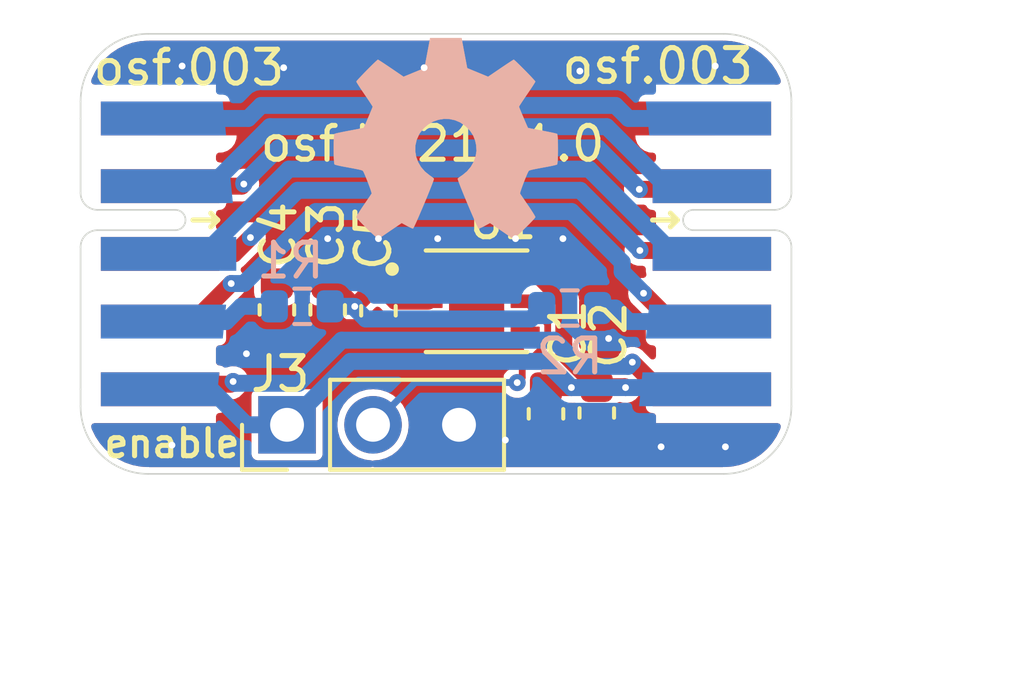
<source format=kicad_pcb>
(kicad_pcb (version 20211014) (generator pcbnew)
  (layers (0 "F.Cu" signal) (31 "B.Cu" signal) (34 "B.Paste" user) (35 "F.Paste" user) (36 "B.SilkS" user "B.Silkscreen") (37 "F.SilkS" user "F.Silkscreen") (38 "B.Mask" user) (39 "F.Mask" user) (44 "Edge.Cuts" user))
  (net 0 "")
  (net 1 "/ldo/5v")
  (net 2 "/ldo/GND")
  (net 3 "/ldo/3.3v")
  (net 4 "Net-(J1-Pad2)")
  (net 5 "Net-(J1-Pad3)")
  (net 6 "Net-(J1-Pad4)")
  (net 7 "Net-(J1-Pad5)")
  (net 8 "Net-(J1-Pad6)")
  (net 9 "Net-(J1-Pad7)")
  (net 10 "Net-(J1-Pad8)")
  (net 11 "Net-(J1-Pad9)")
  (net 12 "Net-(J2-Pad9)")
  (net 13 "/ldo/EN")
  (net 14 "/ldo/PG")
  (footprint "Capacitor_SMD:C_0603_1608Metric" (layer "F.Cu") (at 155.25 101.2 -90)
    (fp_text reference "C2" (at -2.3 -0.35 90) (layer "F.SilkS"))
    (fp_text value "10uF")
    (fp_line (start -0.14058 -0.51) (end 0.14058 -0.51) (layer "F.SilkS") (width 0.12))
    (fp_line (start -0.14058 0.51) (end 0.14058 0.51) (layer "F.SilkS") (width 0.12))
    (pad "1" smd roundrect (at -0.775 0 270) (size 0.9 0.95) (layers "F.Cu" "F.Paste" "F.Mask") (net 1 "/ldo/5v"))
    (pad "2" smd roundrect (at 0.775 0 270) (size 0.9 0.95) (layers "F.Cu" "F.Paste" "F.Mask") (net 2 "/ldo/GND"))
  )
  (footprint "on_edge:on_edge_2x05_host" (layer "F.Cu") (at 161 96.5 -90)
    (fp_text reference "J2")
    (fp_text value "003_power")
    (fp_line (start -0.8 3.573) (end -1 3.373) (layer "F.SilkS") (width 0.153))
    (fp_line (start -1 4.1) (end -1 3.373) (layer "F.SilkS") (width 0.153))
    (fp_line (start -1 3.373) (end -1.2 3.573) (layer "F.SilkS") (width 0.153))
    (fp_line (start -1.3 0.5) (end -1.3 2.9) (layer "Edge.Cuts") (width 0.05))
    (fp_line (start -4 0) (end -1.8 0) (layer "Edge.Cuts") (width 0.05))
    (fp_line (start -0.7 2.9) (end -0.7 0.5) (layer "Edge.Cuts") (width 0.05))
    (fp_line (start -0.2 0) (end 4 0) (layer "Edge.Cuts") (width 0.05))
    (fp_arc (start -1.8 0) (mid -1.446447 0.146447) (end -1.3 0.5) (layer "Edge.Cuts") (width 0.05))
    (fp_arc (start -0.7 0.5) (mid -0.553553 0.146447) (end -0.2 0) (layer "Edge.Cuts") (width 0.05))
    (fp_arc (start -0.7 2.9) (mid -1 3.2) (end -1.3 2.9) (layer "Edge.Cuts") (width 0.05))
    (pad "1" smd rect (at -4 2.35 270) (size 1 3.5) (layers "F.Cu" "F.Mask") (net 2 "/ldo/GND"))
    (pad "2" smd rect (at -2 2.35 270) (size 1 3.5) (layers "F.Cu" "F.Mask") (net 4 "Net-(J1-Pad2)"))
    (pad "3" smd rect (at 0 2.35 270) (size 1 3.5) (layers "F.Cu" "F.Mask") (net 5 "Net-(J1-Pad3)"))
    (pad "4" smd rect (at 2 2.35 270) (size 1 3.5) (layers "F.Cu" "F.Mask") (net 6 "Net-(J1-Pad4)"))
    (pad "5" smd rect (at 4 2.35 270) (size 1 3.5) (layers "F.Cu" "F.Mask") (net 7 "Net-(J1-Pad5)"))
    (pad "6" smd custom (at -4 2.4 90) (size 1 3.6) (layers "B.Cu" "B.Mask") (net 8 "Net-(J1-Pad6)") (options (clearance outline) (anchor rect)) (primitives (gr_poly (pts (xy 0.5 -1.8) (xy -0.5 -1.8) (xy 0.5 -1.9)) (width 0) (fill yes))))
    (pad "7" smd rect (at -2 2.35 90) (size 1 3.5) (layers "B.Cu" "B.Mask") (net 9 "Net-(J1-Pad7)"))
    (pad "8" smd rect (at 0 2.35 90) (size 1 3.5) (layers "B.Cu" "B.Mask") (net 10 "Net-(J1-Pad8)"))
    (pad "9" smd custom (at 2 2.4 90) (size 1 3.6) (layers "B.Cu" "B.Mask") (net 12 "Net-(J2-Pad9)") (options (clearance outline) (anchor rect)) (primitives (gr_poly (pts (xy 0.5 -1.8) (xy -0.5 -1.8) (xy -0.5 -1.9)) (width 0) (fill yes))))
    (pad "10" smd custom (at 4 2.5 90) (size 1 3.8) (layers "B.Cu" "B.Mask") (net 1 "/ldo/5v") (options (clearance outline) (anchor rect)) (primitives (gr_poly (pts (xy 0.5 -1.9) (xy -0.5 -1.9) (xy -0.5 -2)) (width 0) (fill yes))))
    (zone (net 0) (net_name "") (layers F&B.Cu) (connect_pads (clearance 0)) (min_thickness 0.254)
      (keepout (tracks allowed) (vias not_allowed) (pads allowed) (copperpour not_allowed) (footprints not_allowed))
      (fill (thermal_gap 0.508) (thermal_bridge_width 0.508))
      (polygon (pts (xy 157 101.5) (xy 157 91.5) (xy 161 91.5) (xy 161 101.5)))
    )
  )
  (footprint "Connector_PinHeader_2.54mm:PinHeader_1x03_P2.54mm_Vertical" (layer "F.Cu") (at 146.1 101.55 90)
    (fp_text reference "J3" (at 1.5 -0.2 180) (layer "F.SilkS"))
    (fp_text value "Conn_01x03_Male")
    (fp_line (start -1.33 0) (end -1.33 -1.33) (layer "F.SilkS") (width 0.12))
    (fp_line (start 1.33 1.27) (end 1.33 6.41) (layer "F.SilkS") (width 0.12))
    (fp_line (start -1.33 1.27) (end 1.33 1.27) (layer "F.SilkS") (width 0.12))
    (fp_line (start -1.33 6.41) (end 1.33 6.41) (layer "F.SilkS") (width 0.12))
    (fp_line (start -1.33 1.27) (end -1.33 6.41) (layer "F.SilkS") (width 0.12))
    (fp_line (start -1.33 -1.33) (end 0 -1.33) (layer "F.SilkS") (width 0.12))
    (pad "1" thru_hole rect (at 0 0 90) (size 1.7 1.7) (drill 1) (layers *.Cu *.Mask) (net 1 "/ldo/5v"))
    (pad "2" thru_hole oval (at 0 2.54 90) (size 1.7 1.7) (drill 1) (layers *.Cu *.Mask) (net 13 "/ldo/EN"))
    (pad "3" thru_hole oval (at 0 5.08 90) (size 1.7 1.7) (drill 1) (layers *.Cu *.Mask) (net 2 "/ldo/GND"))
  )
  (footprint "Capacitor_SMD:C_0603_1608Metric" (layer "F.Cu") (at 153.75 101.225 -90)
    (fp_text reference "C1" (at -2.375 -0.65 90) (layer "F.SilkS"))
    (fp_text value "1uF")
    (fp_line (start -0.14058 -0.51) (end 0.14058 -0.51) (layer "F.SilkS") (width 0.12))
    (fp_line (start -0.14058 0.51) (end 0.14058 0.51) (layer "F.SilkS") (width 0.12))
    (pad "1" smd roundrect (at -0.775 0 270) (size 0.9 0.95) (layers "F.Cu" "F.Paste" "F.Mask") (net 1 "/ldo/5v"))
    (pad "2" smd roundrect (at 0.775 0 270) (size 0.9 0.95) (layers "F.Cu" "F.Paste" "F.Mask") (net 2 "/ldo/GND"))
  )
  (footprint "b121:SON95P300X300X100-7N" (layer "F.Cu") (at 151.7 97.9)
    (fp_text reference "U1" (at 0.765 -2.362) (layer "F.SilkS"))
    (fp_text value "LD39200PU33R")
    (fp_line (start -1.5 1.5) (end 1.5 1.5) (layer "F.SilkS") (width 0.127))
    (fp_line (start -1.5 -1.5) (end 1.5 -1.5) (layer "F.SilkS") (width 0.127))
    (fp_circle (center -2.495 -0.95) (end -2.395 -0.95) (layer "F.SilkS") (width 0.2) (fill none))
    (pad "1" smd roundrect (at -1.435 -0.95) (size 0.86 0.4) (layers "F.Cu" "F.Paste" "F.Mask") (roundrect_rratio 0.05) (net 3 "/ldo/3.3v"))
    (pad "2" smd roundrect (at -1.435 0) (size 0.86 0.4) (layers "F.Cu" "F.Paste" "F.Mask") (roundrect_rratio 0.05) (net 3 "/ldo/3.3v"))
    (pad "3" smd roundrect (at -1.435 0.95) (size 0.86 0.4) (layers "F.Cu" "F.Paste" "F.Mask") (roundrect_rratio 0.05) (net 2 "/ldo/GND"))
    (pad "4" smd roundrect (at 1.435 0.95) (size 0.86 0.4) (layers "F.Cu" "F.Paste" "F.Mask") (roundrect_rratio 0.05) (net 14 "/ldo/PG"))
    (pad "5" smd roundrect (at 1.435 0) (size 0.86 0.4) (layers "F.Cu" "F.Paste" "F.Mask") (roundrect_rratio 0.05) (net 13 "/ldo/EN"))
    (pad "6" smd roundrect (at 1.435 -0.95) (size 0.86 0.4) (layers "F.Cu" "F.Paste" "F.Mask") (roundrect_rratio 0.05) (net 1 "/ldo/5v"))
    (pad "7" smd rect (at 0 0) (size 1.63 2.37) (layers "F.Cu" "F.Mask") (net 2 "/ldo/GND"))
  )
  (footprint "Capacitor_SMD:C_0603_1608Metric" (layer "F.Cu") (at 147.3 98.155 -90)
    (fp_text reference "C3" (at -2.205 0.05 90) (layer "F.SilkS"))
    (fp_text value "10uF")
    (fp_line (start -0.14058 0.51) (end 0.14058 0.51) (layer "F.SilkS") (width 0.12))
    (fp_line (start -0.14058 -0.51) (end 0.14058 -0.51) (layer "F.SilkS") (width 0.12))
    (pad "1" smd roundrect (at -0.775 0 270) (size 0.9 0.95) (layers "F.Cu" "F.Paste" "F.Mask") (net 3 "/ldo/3.3v"))
    (pad "2" smd roundrect (at 0.775 0 270) (size 0.9 0.95) (layers "F.Cu" "F.Paste" "F.Mask") (net 2 "/ldo/GND"))
  )
  (footprint "on_edge:on_edge_2x05_device" (layer "F.Cu") (at 140 96.5 -90)
    (fp_text reference "J1")
    (fp_text value "003_power")
    (fp_line (start -1.2 -3.85) (end -1 -4.05) (layer "F.SilkS") (width 0.153))
    (fp_line (start -1 -4.05) (end -0.8 -3.85) (layer "F.SilkS") (width 0.153))
    (fp_line (start -1 -4.05) (end -1 -3.323) (layer "F.SilkS") (width 0.153))
    (fp_line (start -4 0) (end -1.8 0) (layer "Edge.Cuts") (width 0.05))
    (fp_line (start -0.7 -0.5) (end -0.7 -2.8) (layer "Edge.Cuts") (width 0.05))
    (fp_line (start -1.3 -2.8) (end -1.3 -0.5) (layer "Edge.Cuts") (width 0.05))
    (fp_line (start -0.2 0) (end 4 0) (layer "Edge.Cuts") (width 0.05))
    (fp_arc (start -0.2 0) (mid -0.553553 -0.146447) (end -0.7 -0.5) (layer "Edge.Cuts") (width 0.05))
    (fp_arc (start -1.3 -2.8) (mid -1 -3.1) (end -0.7 -2.8) (layer "Edge.Cuts") (width 0.05))
    (fp_arc (start -1.3 -0.5) (mid -1.446447 -0.146447) (end -1.8 0) (layer "Edge.Cuts") (width 0.05))
    (pad "1" smd rect (at -4 -2.35 90) (size 1 3.5) (layers "F.Cu" "F.Mask") (net 2 "/ldo/GND"))
    (pad "2" smd rect (at -2 -2.35 270) (size 1 3.5) (layers "F.Cu" "F.Mask") (net 4 "Net-(J1-Pad2)"))
    (pad "3" smd rect (at 0 -2.35 270) (size 1 3.5) (layers "F.Cu" "F.Mask") (net 5 "Net-(J1-Pad3)"))
    (pad "4" smd rect (at 2 -2.35 90) (size 1 3.5) (layers "F.Cu" "F.Mask") (net 6 "Net-(J1-Pad4)"))
    (pad "5" smd rect (at 4 -2.35 90) (size 1 3.5) (layers "F.Cu" "F.Mask") (net 7 "Net-(J1-Pad5)"))
    (pad "6" smd custom (at -4 -2.4 270) (size 1 3.6) (layers "B.Cu" "B.Mask") (net 8 "Net-(J1-Pad6)") (options (clearance outline) (anchor rect)) (primitives (gr_poly (pts (xy 0.5 -1.8) (xy 0.5 -1.9) (xy -0.5 -1.8)) (width 0) (fill yes))))
    (pad "7" smd custom (at -2 -2.1 270) (size 1 3) (layers "B.Cu" "B.Mask") (net 9 "Net-(J1-Pad7)") (options (clearance outline) (anchor rect)) (primitives (gr_poly (pts (xy 0.3 -0.51) (xy 0.31 -0.62) (xy 0.33 -0.7) (xy 0.35 -0.76) (xy 0.37 -0.81) (xy 0.4 -0.86) (xy 0.44 -0.92) (xy 0.48 -0.97) (xy 0.5 -0.99) (xy 0.5 -2.4) (xy -0.5 -2.3) (xy -0.5 1.5) (xy 0.3 1.5)) (width 0) (fill yes))))
    (pad "8" smd rect (at 0 -2.6 270) (size 1 4) (layers "B.Cu" "B.Mask") (net 10 "Net-(J1-Pad8)"))
    (pad "9" smd custom (at 2 -2.4 270) (size 1 3.6) (layers "B.Cu" "B.Mask") (net 11 "Net-(J1-Pad9)") (options (clearance outline) (anchor rect)) (primitives (gr_poly (pts (xy -0.5 -1.8) (xy -0.5 -1.9) (xy 0.5 -1.8)) (width 0) (fill yes))))
    (pad "10" smd custom (at 4 -2.3 270) (size 1 3.4) (layers "B.Cu" "B.Mask") (net 1 "/ldo/5v") (options (clearance outline) (anchor rect)) (primitives (gr_poly (pts (xy -0.5 -1.7) (xy -0.5 -1.8) (xy 0.5 -1.7)) (width 0) (fill yes))))
    (zone (net 0) (net_name "") (layers F&B.Cu) (connect_pads (clearance 0)) (min_thickness 0.254)
      (keepout (tracks allowed) (vias not_allowed) (pads allowed) (copperpour not_allowed) (footprints not_allowed))
      (fill (thermal_gap 0.508) (thermal_bridge_width 0.508))
      (polygon (pts (xy 140 101.5) (xy 140 91.5) (xy 144 91.5) (xy 144 101.5)))
    )
  )
  (footprint "Capacitor_SMD:C_0603_1608Metric" (layer "F.Cu") (at 148.8 98.18 -90)
    (fp_text reference "C5" (at -2.18 0.15 90) (layer "F.SilkS"))
    (fp_text value "1uF")
    (fp_line (start -0.14058 -0.51) (end 0.14058 -0.51) (layer "F.SilkS") (width 0.12))
    (fp_line (start -0.14058 0.51) (end 0.14058 0.51) (layer "F.SilkS") (width 0.12))
    (pad "1" smd roundrect (at -0.775 0 270) (size 0.9 0.95) (layers "F.Cu" "F.Paste" "F.Mask") (net 3 "/ldo/3.3v"))
    (pad "2" smd roundrect (at 0.775 0 270) (size 0.9 0.95) (layers "F.Cu" "F.Paste" "F.Mask") (net 2 "/ldo/GND"))
  )
  (footprint "Capacitor_SMD:C_0603_1608Metric" (layer "F.Cu") (at 145.8 98.155 -90)
    (fp_text reference "C4" (at -2.205 -0.05 90) (layer "F.SilkS"))
    (fp_text value "10uF")
    (fp_line (start -0.14058 -0.51) (end 0.14058 -0.51) (layer "F.SilkS") (width 0.12))
    (fp_line (start -0.14058 0.51) (end 0.14058 0.51) (layer "F.SilkS") (width 0.12))
    (pad "1" smd roundrect (at -0.775 0 270) (size 0.9 0.95) (layers "F.Cu" "F.Paste" "F.Mask") (net 3 "/ldo/3.3v"))
    (pad "2" smd roundrect (at 0.775 0 270) (size 0.9 0.95) (layers "F.Cu" "F.Paste" "F.Mask") (net 2 "/ldo/GND"))
  )
  (footprint "Resistor_SMD:R_0603_1608Metric" (layer "B.Cu") (at 146.55 98.05)
    (fp_text reference "R1" (at -0.35 -1.35) (layer "B.SilkS") (effects (justify mirror)))
    (fp_text value "0R")
    (fp_line (start -0.237258 -0.5225) (end 0.237258 -0.5225) (layer "B.SilkS") (width 0.12))
    (fp_line (start -0.237258 0.5225) (end 0.237258 0.5225) (layer "B.SilkS") (width 0.12))
    (pad "1" smd roundrect (at -0.825 0) (size 0.8 0.95) (layers "B.Cu" "B.Paste" "B.Mask") (net 11 "Net-(J1-Pad9)"))
    (pad "2" smd roundrect (at 0.825 0) (size 0.8 0.95) (layers "B.Cu" "B.Paste" "B.Mask") (net 3 "/ldo/3.3v"))
  )
  (footprint "Symbol:OSHW-Symbol_6.7x6mm_SilkScreen" (layer "B.Cu") (at 150.8 93.1 180)
    (fp_text reference "LOGO1" hide)
    (fp_text value "Logo_Open_Hardware_Small" hide)
    (fp_poly (pts (xy 0.555814 2.531069) (xy 0.639635 2.086445) (xy 0.94892 1.958947) (xy 1.258206 1.831449) (xy 1.629246 2.083754) (xy 1.733157 2.154004) (xy 1.827087 2.216728) (xy 1.906652 2.269062) (xy 1.96747 2.308143) (xy 2.005157 2.331107) (xy 2.015421 2.336058) (xy 2.03391 2.323324) (xy 2.07342 2.288118) (xy 2.129522 2.234938) (xy 2.197787 2.168282) (xy 2.273786 2.092646) (xy 2.353092 2.012528) (xy 2.431275 1.932426) (xy 2.503907 1.856836) (xy 2.566559 1.790255) (xy 2.614803 1.737182) (xy 2.64421 1.702113) (xy 2.651241 1.690377) (xy 2.641123 1.66874) (xy 2.612759 1.621338) (xy 2.569129 1.552807) (xy 2.513218 1.467785) (xy 2.448006 1.370907) (xy 2.410219 1.31565) (xy 2.341343 1.214752) (xy 2.28014 1.123701) (xy 2.229578 1.04703) (xy 2.192628 0.989272) (xy 2.172258 0.954957) (xy 2.169197 0.947746) (xy 2.176136 0.927252) (xy 2.195051 0.879487) (xy 2.223087 0.811168) (xy 2.257391 0.729011) (xy 2.295109 0.63973) (xy 2.333387 0.550042) (xy 2.36937 0.466662) (xy 2.400206 0.396306) (xy 2.423039 0.34569) (xy 2.435017 0.321529) (xy 2.435724 0.320578) (xy 2.454531 0.315964) (xy 2.504618 0.305672) (xy 2.580793 0.290713) (xy 2.677865 0.272099) (xy 2.790643 0.250841) (xy 2.856442 0.238582) (xy 2.97695 0.215638) (xy 3.085797 0.193805) (xy 3.177476 0.174278) (xy 3.246481 0.158252) (xy 3.287304 0.146921) (xy 3.295511 0.143326) (xy 3.303548 0.118994) (xy 3.310033 0.064041) (xy 3.31497 -0.015108) (xy 3.318364 -0.112026) (xy 3.320218 -0.220287) (xy 3.320538 -0.333465) (xy 3.319327 -0.445135) (xy 3.31659 -0.548868) (xy 3.312331 -0.638241) (xy 3.306555 -0.706826) (xy 3.299267 -0.748197) (xy 3.294895 -0.75681) (xy 3.268764 -0.767133) (xy 3.213393 -0.781892) (xy 3.136107 -0.799352) (xy 3.04423 -0.81778) (xy 3.012158 -0.823741) (xy 2.857524 -0.852066) (xy 2.735375 -0.874876) (xy 2.641673 -0.89308) (xy 2.572384 -0.907583) (xy 2.523471 -0.919292) (xy 2.490897 -0.929115) (xy 2.470628 -0.937956) (xy 2.458626 -0.946724) (xy 2.456947 -0.948457) (xy 2.440184 -0.976371) (xy 2.414614 -1.030695) (xy 2.382788 -1.104777) (xy 2.34726 -1.191965) (xy 2.310583 -1.285608) (xy 2.275311 -1.379052) (xy 2.243996 -1.465647) (xy 2.219193 -1.53874) (xy 2.203454 -1.591678) (xy 2.199332 -1.617811) (xy 2.199676 -1.618726) (xy 2.213641 -1.640086) (xy 2.245322 -1.687084) (xy 2.291391 -1.754827) (xy 2.348518 -1.838423) (xy 2.413373 -1.932982) (xy 2.431843 -1.959854) (xy 2.497699 -2.057275) (xy 2.55565 -2.146163) (xy 2.602538 -2.221412) (xy 2.635207 -2.27792) (xy 2.6505 -2.310581) (xy 2.651241 -2.314593) (xy 2.638392 -2.335684) (xy 2.602888 -2.377464) (xy 2.549293 -2.435445) (xy 2.482171 -2.505135) (xy 2.406087 -2.582045) (xy 2.325604 -2.661683) (xy 2.245287 -2.739561) (xy 2.169699 -2.811186) (xy 2.103405 -2.87207) (xy 2.050969 -2.917721) (xy 2.016955 -2.94365) (xy 2.007545 -2.947883) (xy 1.985643 -2.937912) (xy 1.9408 -2.91102) (xy 1.880321 -2.871736) (xy 1.833789 -2.840117) (xy 1.749475 -2.782098) (xy 1.649626 -2.713784) (xy 1.549473 -2.645579) (xy 1.495627 -2.609075) (xy 1.313371 -2.4858) (xy 1.160381 -2.56852) (xy 1.090682 -2.604759) (xy 1.031414 -2.632926) (xy 0.991311 -2.648991) (xy 0.981103 -2.651226) (xy 0.968829 -2.634722) (xy 0.944613 -2.588082) (xy 0.910263 -2.515609) (xy 0.867588 -2.421606) (xy 0.818394 -2.310374) (xy 0.76449 -2.186215) (xy 0.707684 -2.053432) (xy 0.649782 -1.916327) (xy 0.592593 -1.779202) (xy 0.537924 -1.646358) (xy 0.487584 -1.522098) (xy 0.44338 -1.410725) (xy 0.407119 -1.316539) (xy 0.380609 -1.243844) (xy 0.365658 -1.196941) (xy 0.363254 -1.180833) (xy 0.382311 -1.160286) (xy 0.424036 -1.126933) (xy 0.479706 -1.087702) (xy 0.484378 -1.084599) (xy 0.628264 -0.969423) (xy 0.744283 -0.835053) (xy 0.83143 -0.685784) (xy 0.888699 -0.525913) (xy 0.915086 -0.359737) (xy 0.909585 -0.191552) (xy 0.87119 -0.025655) (xy 0.798895 0.133658) (xy 0.777626 0.168513) (xy 0.666996 0.309263) (xy 0.536302 0.422286) (xy 0.390064 0.506997) (xy 0.232808 0.562806) (xy 0.069057 0.589126) (xy -0.096667 0.58537) (xy -0.259838 0.55095) (xy -0.415935 0.485277) (xy -0.560433 0.387765) (xy -0.605131 0.348187) (xy -0.718888 0.224297) (xy -0.801782 0.093876) (xy -0.858644 -0.052315) (xy -0.890313 -0.197088) (xy -0.898131 -0.35986) (xy -0.872062 -0.52344) (xy -0.814755 -0.682298) (xy -0.728856 -0.830906) (xy -0.617014 -0.963735) (xy -0.481877 -1.075256) (xy -0.464117 -1.087011) (xy -0.40785 -1.125508) (xy -0.365077 -1.158863) (xy -0.344628 -1.18016) (xy -0.344331 -1.180833) (xy -0.348721 -1.203871) (xy -0.366124 -1.256157) (xy -0.394732 -1.33339) (xy -0.432735 -1.431268) (xy -0.478326 -1.545491) (xy -0.529697 -1.671758) (xy -0.585038 -1.805767) (xy -0.642542 -1.943218) (xy -0.700399 -2.079808) (xy -0.756802 -2.211237) (xy -0.809942 -2.333205) (xy -0.85801 -2.441409) (xy -0.899199 -2.531549) (xy -0.931699 -2.599323) (xy -0.953703 -2.64043) (xy -0.962564 -2.651226) (xy -0.98964 -2.642819) (xy -1.040303 -2.620272) (xy -1.105817 -2.587613) (xy -1.141841 -2.56852) (xy -1.294832 -2.4858) (xy -1.477088 -2.609075) (xy -1.570125 -2.672228) (xy -1.671985 -2.741727) (xy -1.767438 -2.807165) (xy -1.81525 -2.840117) (xy -1.882495 -2.885273) (xy -1.939436 -2.921057) (xy -1.978646 -2.942938) (xy -1.991381 -2.947563) (xy -2.009917 -2.935085) (xy -2.050941 -2.900252) (xy -2.110475 -2.846678) (xy -2.184542 -2.777983) (xy -2.269165 -2.697781) (xy -2.322685 -2.646286) (xy -2.416319 -2.554286) (xy -2.497241 -2.471999) (xy -2.562177 -2.402945) (xy -2.607858 -2.350644) (xy -2.631011 -2.318616) (xy -2.633232 -2.312116) (xy -2.622924 -2.287394) (xy -2.594439 -2.237405) (xy -2.550937 -2.167212) (xy -2.495577 -2.081875) (xy -2.43152 -1.986456) (xy -2.413303 -1.959854) (xy -2.346927 -1.863167) (xy -2.287378 -1.776117) (xy -2.237984 -1.703595) (xy -2.202075 -1.650493) (xy -2.182981 -1.621703) (xy -2.181136 -1.618726) (xy -2.183895 -1.595782) (xy -2.198538 -1.545336) (xy -2.222513 -1.474041) (xy -2.253266 -1.388547) (xy -2.288244 -1.295507) (xy -2.324893 -1.201574) (xy -2.360661 -1.113399) (xy -2.392994 -1.037634) (xy -2.419338 -0.980931) (xy -2.437142 -0.949943) (xy -2.438407 -0.948457) (xy -2.449294 -0.939601) (xy -2.467682 -0.930843) (xy -2.497606 -0.921277) (xy -2.543103 -0.909996) (xy -2.608209 -0.896093) (xy -2.696961 -0.878663) (xy -2.813393 -0.856798) (xy -2.961542 -0.829591) (xy -2.993618 -0.823741) (xy -3.088686 -0.805374) (xy -3.171565 -0.787405) (xy -3.23493 -0.771569) (xy -3.271458 -0.7596) (xy -3.276356 -0.75681) (xy -3.284427 -0.732072) (xy -3.290987 -0.67679) (xy -3.296033 -0.597389) (xy -3.299559 -0.500296) (xy -3.301561 -0.391938) (xy -3.302036 -0.27874) (xy -3.300977 -0.167128) (xy -3.298382 -0.063529) (xy -3.294246 0.025632) (xy -3.288563 0.093928) (xy -3.281331 0.134934) (xy -3.276971 0.143326) (xy -3.252698 0.151792) (xy -3.197426 0.165565) (xy -3.116662 0.18345) (xy -3.015912 0.204252) (xy -2.900683 0.226777) (xy -2.837902 0.238582) (xy -2.718787 0.260849) (xy -2.612565 0.281021) (xy -2.524427 0.298085) (xy -2.459566 0.311031) (xy -2.423174 0.318845) (xy -2.417184 0.320578) (xy -2.407061 0.34011) (xy -2.385662 0.387157) (xy -2.355839 0.454997) (xy -2.320445 0.536909) (xy -2.282332 0.626172) (xy -2.244353 0.716065) (xy -2.20936 0.799865) (xy -2.180206 0.870853) (xy -2.159743 0.922306) (xy -2.150823 0.947503) (xy -2.150657 0.948604) (xy -2.160769 0.968481) (xy -2.189117 1.014223) (xy -2.232723 1.081283) (xy -2.288606 1.165116) (xy -2.353787 1.261174) (xy -2.391679 1.31635) (xy -2.460725 1.417519) (xy -2.52205 1.50937) (xy -2.572663 1.587256) (xy -2.609571 1.646531) (xy -2.629782 1.682549) (xy -2.632701 1.690623) (xy -2.620153 1.709416) (xy -2.585463 1.749543) (xy -2.533063 1.806507) (xy -2.467384 1.875815) (xy -2.392856 1.952969) (xy -2.313913 2.033475) (xy -2.234983 2.112837) (xy -2.1605 2.18656) (xy -2.094894 2.250148) (xy -2.042596 2.299106) (xy -2.008039 2.328939) (xy -1.996478 2.336058) (xy -1.977654 2.326047) (xy -1.932631 2.297922) (xy -1.865787 2.254546) (xy -1.781499 2.198782) (xy -1.684144 2.133494) (xy -1.610707 2.083754) (xy -1.239667 1.831449) (xy -0.621095 2.086445) (xy -0.537275 2.531069) (xy -0.453454 2.975693) (xy 0.471994 2.975693) (xy 0.555814 2.531069)) (layer "B.SilkS") (width 0.01) (fill solid))
  )
  (footprint "Resistor_SMD:R_0603_1608Metric" (layer "B.Cu") (at 154.45 98.1)
    (fp_text reference "R2" (at 0 1.43) (layer "B.SilkS") (effects (justify mirror)))
    (fp_text value "0R")
    (fp_line (start -0.237258 0.5225) (end 0.237258 0.5225) (layer "B.SilkS") (width 0.12))
    (fp_line (start -0.237258 -0.5225) (end 0.237258 -0.5225) (layer "B.SilkS") (width 0.12))
    (pad "1" smd roundrect (at -0.825 0) (size 0.8 0.95) (layers "B.Cu" "B.Paste" "B.Mask") (net 3 "/ldo/3.3v"))
    (pad "2" smd roundrect (at 0.825 0) (size 0.8 0.95) (layers "B.Cu" "B.Paste" "B.Mask") (net 12 "Net-(J2-Pad9)"))
  )
  (gr_line (start 140 92.5) (end 140 92) (layer "Edge.Cuts") (width 0.05))
  (gr_line (start 142 90) (end 159 90) (layer "Edge.Cuts") (width 0.05))
  (gr_arc (start 161 101) (mid 160.414214 102.414214) (end 159 103) (layer "Edge.Cuts") (width 0.05))
  (gr_line (start 161 92.5) (end 161 92) (layer "Edge.Cuts") (width 0.05))
  (gr_line (start 159 103) (end 142 103) (layer "Edge.Cuts") (width 0.05))
  (gr_line (start 161 100.5) (end 161 101) (layer "Edge.Cuts") (width 0.05))
  (gr_arc (start 159 90) (mid 160.414214 90.585786) (end 161 92) (layer "Edge.Cuts") (width 0.05))
  (gr_arc (start 142 103) (mid 140.585786 102.414214) (end 140 101) (layer "Edge.Cuts") (width 0.05))
  (gr_line (start 140 100.5) (end 140 101) (layer "Edge.Cuts") (width 0.05))
  (gr_arc (start 140 92) (mid 140.585786 90.585786) (end 142 90) (layer "Edge.Cuts") (width 0.05))
  (gr_text "enable" (at 142.7 102.1) (layer "F.SilkS") (effects (font (size 0.8 0.8))))
  (gr_text "osf.003" (at 143.2 91) (layer "F.SilkS") (effects (font (size 1 1))))
  (gr_text "osf.b121.v1.0" (at 150.4 93.25) (layer "F.SilkS") (effects (font (size 1 1))))
  (gr_text "osf.003" (at 157.05 90.95) (layer "F.SilkS") (effects (font (size 1 1))))
  (segment (start 153.75 100.45) (end 155.225 100.45) (width 0.5) (layer "F.Cu") (net 1))
  (segment (start 155.25 100.425) (end 156.075 100.425) (width 0.5) (layer "F.Cu") (net 1))
  (segment (start 153.336443 96.95) (end 154.277 97.890557) (width 0.5) (layer "F.Cu") (net 1))
  (segment (start 154.5 100.45) (end 153.75 100.45) (width 0.5) (layer "F.Cu") (net 1))
  (segment (start 154.277 97.890557) (end 154.277 99.452) (width 0.5) (layer "F.Cu") (net 1))
  (segment (start 154.277 99.452) (end 155.25 100.425) (width 0.5) (layer "F.Cu") (net 1))
  (segment (start 156.075 100.425) (end 156.1 100.45) (width 0.5) (layer "F.Cu") (net 1))
  (segment (start 155.225 100.45) (end 155.25 100.425) (width 0.5) (layer "F.Cu") (net 1))
  (segment (start 153.135 96.95) (end 153.336443 96.95) (width 0.5) (layer "F.Cu") (net 1))
  (via (at 154.5 100.45) (size 0.5) (drill 0.2) (layers "F.Cu" "B.Cu") (net 1))
  (via (at 156.1 100.45) (size 0.5) (drill 0.2) (layers "F.Cu" "B.Cu") (net 1))
  (segment (start 147.973 99.677) (end 146.1 101.55) (width 0.5) (layer "B.Cu") (net 1))
  (segment (start 156.1 100.45) (end 158.45 100.45) (width 0.5) (layer "B.Cu") (net 1))
  (segment (start 142.3 100.5) (end 143.85 100.5) (width 0.5) (layer "B.Cu") (net 1))
  (segment (start 144.9 101.55) (end 146.1 101.55) (width 0.5) (layer "B.Cu") (net 1))
  (segment (start 154.5 100.45) (end 156.1 100.45) (width 0.5) (layer "B.Cu") (net 1))
  (segment (start 158.45 100.45) (end 158.5 100.5) (width 0.5) (layer "B.Cu") (net 1))
  (segment (start 153.727 99.677) (end 147.973 99.677) (width 0.5) (layer "B.Cu") (net 1))
  (segment (start 143.85 100.5) (end 144.9 101.55) (width 0.5) (layer "B.Cu") (net 1))
  (segment (start 154.5 100.45) (end 153.727 99.677) (width 0.5) (layer "B.Cu") (net 1))
  (segment (start 151.7 97.9) (end 151.4 97.6) (width 1) (layer "F.Cu") (net 2))
  (segment (start 151.7 97.9) (end 152.05 97.55) (width 1) (layer "F.Cu") (net 2))
  (segment (start 151.63 102) (end 151.18 101.55) (width 0.5) (layer "F.Cu") (net 2))
  (segment (start 151.4 97.6) (end 151.4 93.4) (width 1) (layer "F.Cu") (net 2))
  (segment (start 151.18 101.55) (end 152 100.73) (width 1) (layer "F.Cu") (net 2))
  (segment (start 151.18 99.78) (end 150.33 98.93) (width 1) (layer "F.Cu") (net 2))
  (segment (start 148.775 98.93) (end 148.8 98.955) (width 0.5) (layer "F.Cu") (net 2))
  (segment (start 147.3 98.93) (end 148.775 98.93) (width 0.5) (layer "F.Cu") (net 2))
  (segment (start 153.75 102) (end 152.55 102) (width 0.5) (layer "F.Cu") (net 2))
  (segment (start 145.8 98.93) (end 147.3 98.93) (width 0.5) (layer "F.Cu") (net 2))
  (segment (start 148.8 98.955) (end 150.16 98.955) (width 0.5) (layer "F.Cu") (net 2))
  (segment (start 149.75 92.5) (end 142.35 92.5) (width 1) (layer "F.Cu") (net 2))
  (segment (start 150.33 98.93) (end 145.8 98.93) (width 1) (layer "F.Cu") (net 2))
  (segment (start 151.18 101.55) (end 151.18 99.78) (width 1) (layer "F.Cu") (net 2))
  (segment (start 152 100.73) (end 152 98.2) (width 1) (layer "F.Cu") (net 2))
  (segment (start 151.7 97.9) (end 151.4 98.2) (width 1) (layer "F.Cu") (net 2))
  (segment (start 155.25 101.975) (end 153.775 101.975) (width 0.5) (layer "F.Cu") (net 2))
  (segment (start 151.4 98.2) (end 151.4 98.65) (width 1) (layer "F.Cu") (net 2))
  (segment (start 158.65 92.5) (end 152.35 92.5) (width 1) (layer "F.Cu") (net 2))
  (segment (start 151.12 98.93) (end 150.33 98.93) (width 1) (layer "F.Cu") (net 2))
  (segment (start 153.775 101.975) (end 153.75 102) (width 0.5) (layer "F.Cu") (net 2))
  (segment (start 150.16 98.955) (end 150.265 98.85) (width 0.5) (layer "F.Cu") (net 2))
  (segment (start 152.05 97.55) (end 152.05 92.8) (width 1) (layer "F.Cu") (net 2))
  (segment (start 152 98.2) (end 151.7 97.9) (width 1) (layer "F.Cu") (net 2))
  (segment (start 151.7 97.9) (end 151.18 98.42) (width 0.5) (layer "F.Cu") (net 2))
  (segment (start 152.55 102) (end 151.63 102) (width 0.5) (layer "F.Cu") (net 2))
  (segment (start 152.35 92.5) (end 149.75 92.5) (width 1) (layer "F.Cu") (net 2))
  (segment (start 151.4 98.65) (end 151.12 98.93) (width 1) (layer "F.Cu") (net 2))
  (segment (start 152.05 92.8) (end 152.35 92.5) (width 1) (layer "F.Cu") (net 2))
  (segment (start 150.5 92.5) (end 149.75 92.5) (width 1) (layer "F.Cu") (net 2))
  (segment (start 151.4 93.4) (end 150.5 92.5) (width 1) (layer "F.Cu") (net 2))
  (via (at 154.75 91.1) (size 0.5) (drill 0.2) (layers "F.Cu" "B.Cu") (net 2))
  (via (at 147.3 96.05) (size 0.5) (drill 0.2) (layers "F.Cu" "B.Cu") (net 2))
  (via (at 159.05 102.2) (size 0.5) (drill 0.2) (layers "F.Cu" "B.Cu") (net 2))
  (via (at 155.6 99) (size 0.5) (drill 0.2) (layers "F.Cu" "B.Cu") (net 2))
  (via (at 152.85 96.05) (size 0.5) (drill 0.2) (layers "F.Cu" "B.Cu") (net 2))
  (via (at 146 91) (size 0.5) (drill 0.2) (layers "F.Cu" "B.Cu") (net 2))
  (via (at 148.8 96.05) (size 0.5) (drill 0.2) (layers "F.Cu" "B.Cu") (net 2))
  (via (at 158.75 90.95) (size 0.5) (drill 0.2) (layers "F.Cu" "B.Cu") (net 2))
  (via (at 144.9 99.45) (size 0.5) (drill 0.2) (layers "F.Cu" "B.Cu") (net 2))
  (via (at 150.15 91) (size 0.5) (drill 0.2) (layers "F.Cu" "B.Cu") (net 2))
  (via (at 143 90.95) (size 0.5) (drill 0.2) (layers "F.Cu" "B.Cu") (net 2))
  (via (at 142.7 102.15) (size 0.5) (drill 0.2) (layers "F.Cu" "B.Cu") (net 2))
  (via (at 150.55 96.05) (size 0.5) (drill 0.2) (layers "F.Cu" "B.Cu") (net 2))
  (via (at 152.55 102) (size 0.5) (drill 0.2) (layers "F.Cu" "B.Cu") (net 2))
  (via (at 157.15 102.2) (size 0.5) (drill 0.2) (layers "F.Cu" "B.Cu") (net 2))
  (via (at 154.25 96.05) (size 0.5) (drill 0.2) (layers "F.Cu" "B.Cu") (net 2))
  (segment (start 148.1 98.0535) (end 147.4265 97.38) (width 0.5) (layer "F.Cu") (net 3))
  (segment (start 149.295 97.9) (end 148.8 97.405) (width 0.5) (layer "F.Cu") (net 3))
  (segment (start 148.7485 97.405) (end 148.1 98.0535) (width 0.5) (layer "F.Cu") (net 3))
  (segment (start 147.4265 97.38) (end 147.3 97.38) (width 0.5) (layer "F.Cu") (net 3))
  (segment (start 150.265 97.9) (end 149.295 97.9) (width 0.5) (layer "F.Cu") (net 3))
  (segment (start 147.3 97.38) (end 145.8 97.38) (width 0.5) (layer "F.Cu") (net 3))
  (segment (start 148.8 97.405) (end 148.7485 97.405) (width 0.5) (layer "F.Cu") (net 3))
  (segment (start 149.255 96.95) (end 148.8 97.405) (width 0.5) (layer "F.Cu") (net 3))
  (segment (start 150.265 96.95) (end 149.255 96.95) (width 0.5) (layer "F.Cu") (net 3))
  (via (at 148.1 98.0535) (size 0.5) (drill 0.2) (layers "F.Cu" "B.Cu") (net 3))
  (segment (start 153.625 98.1) (end 153.302 98.423) (width 0.5) (layer "B.Cu") (net 3))
  (segment (start 148.423 98.423) (end 148.1 98.1) (width 0.5) (layer "B.Cu") (net 3))
  (segment (start 148.1 98.0535) (end 148.1 98.1) (width 0.5) (layer "B.Cu") (net 3))
  (segment (start 153.302 98.423) (end 148.423 98.423) (width 0.5) (layer "B.Cu") (net 3))
  (segment (start 148.1 98.1) (end 148.05 98.05) (width 0.5) (layer "B.Cu") (net 3))
  (segment (start 148.05 98.05) (end 147.375 98.05) (width 0.5) (layer "B.Cu") (net 3))
  (segment (start 144.759941 94.5) (end 142.35 94.5) (width 0.5) (layer "F.Cu") (net 4))
  (segment (start 158.556644 94.593356) (end 158.65 94.5) (width 0.5) (layer "F.Cu") (net 4))
  (segment (start 156.506644 94.593356) (end 158.556644 94.593356) (width 0.5) (layer "F.Cu") (net 4))
  (segment (start 144.822157 94.437784) (end 144.759941 94.5) (width 0.5) (layer "F.Cu") (net 4))
  (via (at 156.506644 94.593356) (size 0.5) (drill 0.2) (layers "F.Cu" "B.Cu") (net 4))
  (via (at 144.822157 94.437784) (size 0.5) (drill 0.2) (layers "F.Cu" "B.Cu") (net 4))
  (segment (start 155.282288 93.369) (end 156.506644 94.593356) (width 0.5) (layer "B.Cu") (net 4))
  (segment (start 144.822157 94.437784) (end 144.822157 94.401267) (width 0.5) (layer "B.Cu") (net 4))
  (segment (start 145.854424 93.369) (end 155.282288 93.369) (width 0.5) (layer "B.Cu") (net 4))
  (segment (start 144.822157 94.401267) (end 145.854424 93.369) (width 0.5) (layer "B.Cu") (net 4))
  (segment (start 158.55 96.4) (end 158.65 96.5) (width 0.5) (layer "F.Cu") (net 5))
  (segment (start 142.35 96.5) (end 144.536006 96.5) (width 0.5) (layer "F.Cu") (net 5))
  (segment (start 156.523 96.4) (end 158.55 96.4) (width 0.5) (layer "F.Cu") (net 5))
  (segment (start 144.536006 96.5) (end 145.018003 96.018003) (width 0.5) (layer "F.Cu") (net 5))
  (via (at 145.018003 96.018003) (size 0.5) (drill 0.2) (layers "F.Cu" "B.Cu") (net 5))
  (via (at 156.523 96.4) (size 0.5) (drill 0.2) (layers "F.Cu" "B.Cu") (net 5))
  (segment (start 145.018003 96.018003) (end 146.413006 94.623) (width 0.5) (layer "B.Cu") (net 5))
  (segment (start 146.413006 94.623) (end 154.762864 94.623) (width 0.5) (layer "B.Cu") (net 5))
  (segment (start 154.762864 94.623) (end 156.523 96.383136) (width 0.5) (layer "B.Cu") (net 5))
  (segment (start 156.523 96.383136) (end 156.523 96.4) (width 0.5) (layer "B.Cu") (net 5))
  (segment (start 144.45 97.376502) (end 143.326502 98.5) (width 0.5) (layer "F.Cu") (net 6))
  (segment (start 156.631624 97.663247) (end 157.468377 98.5) (width 0.5) (layer "F.Cu") (net 6))
  (segment (start 157.468377 98.5) (end 158.65 98.5) (width 0.5) (layer "F.Cu") (net 6))
  (segment (start 143.326502 98.5) (end 142.35 98.5) (width 0.5) (layer "F.Cu") (net 6))
  (via (at 144.45 97.376502) (size 0.5) (drill 0.2) (layers "F.Cu" "B.Cu") (net 6))
  (via (at 156.631624 97.663247) (size 0.5) (drill 0.2) (layers "F.Cu" "B.Cu") (net 6))
  (segment (start 156 97.031623) (end 156 96.746848) (width 0.5) (layer "B.Cu") (net 6))
  (segment (start 156 96.746848) (end 154.503152 95.25) (width 0.5) (layer "B.Cu") (net 6))
  (segment (start 144.823498 97.376502) (end 144.45 97.376502) (width 0.5) (layer "B.Cu") (net 6))
  (segment (start 154.503152 95.25) (end 146.95 95.25) (width 0.5) (layer "B.Cu") (net 6))
  (segment (start 146.95 95.25) (end 144.823498 97.376502) (width 0.5) (layer "B.Cu") (net 6))
  (segment (start 156.631624 97.663247) (end 156 97.031623) (width 0.5) (layer "B.Cu") (net 6))
  (segment (start 144.426852 100.35) (end 142.5 100.35) (width 0.5) (layer "F.Cu") (net 7))
  (segment (start 144.506429 100.270423) (end 144.426852 100.35) (width 0.5) (layer "F.Cu") (net 7))
  (segment (start 156.3 99.7) (end 157.1 100.5) (width 0.5) (layer "F.Cu") (net 7))
  (segment (start 142.5 100.35) (end 142.35 100.5) (width 0.5) (layer "F.Cu") (net 7))
  (segment (start 157.1 100.5) (end 158.65 100.5) (width 0.5) (layer "F.Cu") (net 7))
  (via (at 156.3 99.7) (size 0.5) (drill 0.2) (layers "F.Cu" "B.Cu") (net 7))
  (via (at 144.506429 100.270423) (size 0.5) (drill 0.2) (layers "F.Cu" "B.Cu") (net 7))
  (segment (start 154.759712 99.823) (end 156.177 99.823) (width 0.5) (layer "B.Cu") (net 7))
  (segment (start 147.713288 99.05) (end 153.986712 99.05) (width 0.5) (layer "B.Cu") (net 7))
  (segment (start 144.559006 100.323) (end 146.440288 100.323) (width 0.5) (layer "B.Cu") (net 7))
  (segment (start 146.440288 100.323) (end 147.713288 99.05) (width 0.5) (layer "B.Cu") (net 7))
  (segment (start 144.506429 100.270423) (end 144.559006 100.323) (width 0.5) (layer "B.Cu") (net 7))
  (segment (start 153.986712 99.05) (end 154.759712 99.823) (width 0.5) (layer "B.Cu") (net 7))
  (segment (start 156.177 99.823) (end 156.3 99.7) (width 0.5) (layer "B.Cu") (net 7))
  (segment (start 145.335 92.115) (end 155.801712 92.115) (width 0.5) (layer "B.Cu") (net 8))
  (segment (start 156.186712 92.5) (end 158.6 92.5) (width 0.5) (layer "B.Cu") (net 8))
  (segment (start 142.4 92.5) (end 144.95 92.5) (width 0.5) (layer "B.Cu") (net 8))
  (segment (start 155.801712 92.115) (end 156.186712 92.5) (width 0.5) (layer "B.Cu") (net 8))
  (segment (start 144.95 92.5) (end 145.335 92.115) (width 0.5) (layer "B.Cu") (net 8))
  (segment (start 142.1 94.5) (end 143.836712 94.5) (width 0.5) (layer "B.Cu") (net 9))
  (segment (start 157.3 94.5) (end 158.65 94.5) (width 0.5) (layer "B.Cu") (net 9))
  (segment (start 143.836712 94.5) (end 145.594712 92.742) (width 0.5) (layer "B.Cu") (net 9))
  (segment (start 155.542 92.742) (end 157.3 94.5) (width 0.5) (layer "B.Cu") (net 9))
  (segment (start 145.594712 92.742) (end 155.542 92.742) (width 0.5) (layer "B.Cu") (net 9))
  (segment (start 155.022576 93.996) (end 157.526576 96.5) (width 0.5) (layer "B.Cu") (net 10))
  (segment (start 143.65 96.5) (end 146.154 93.996) (width 0.5) (layer "B.Cu") (net 10))
  (segment (start 146.154 93.996) (end 155.022576 93.996) (width 0.5) (layer "B.Cu") (net 10))
  (segment (start 142.6 96.5) (end 143.65 96.5) (width 0.5) (layer "B.Cu") (net 10))
  (segment (start 157.526576 96.5) (end 158.65 96.5) (width 0.5) (layer "B.Cu") (net 10))
  (segment (start 144.3 98.5) (end 144.75 98.05) (width 0.5) (layer "B.Cu") (net 11))
  (segment (start 142.4 98.5) (end 144.3 98.5) (width 0.5) (layer "B.Cu") (net 11))
  (segment (start 144.75 98.05) (end 145.725 98.05) (width 0.5) (layer "B.Cu") (net 11))
  (segment (start 155.275 98.1) (end 155.8 98.1) (width 0.5) (layer "B.Cu") (net 12))
  (segment (start 156.2 98.5) (end 158.6 98.5) (width 0.5) (layer "B.Cu") (net 12))
  (segment (start 155.8 98.1) (end 156.2 98.5) (width 0.5) (layer "B.Cu") (net 12))
  (segment (start 153.048 100.154) (end 153.048 99.876311) (width 0.2) (layer "F.Cu") (net 13))
  (segment (start 153.8 99.124311) (end 153.8 98.565) (width 0.2) (layer "F.Cu") (net 13))
  (segment (start 152.8985 100.3035) (end 153.048 100.154) (width 0.2) (layer "F.Cu") (net 13))
  (segment (start 153.048 99.876311) (end 153.8 99.124311) (width 0.2) (layer "F.Cu") (net 13))
  (segment (start 153.8 98.565) (end 153.135 97.9) (width 0.2) (layer "F.Cu") (net 13))
  (via (at 152.8985 100.3035) (size 0.5) (drill 0.2) (layers "F.Cu" "B.Cu") (net 13))
  (segment (start 149.89 100.3) (end 148.64 101.55) (width 0.2) (layer "B.Cu") (net 13))
  (segment (start 152.895 100.3) (end 149.89 100.3) (width 0.2) (layer "B.Cu") (net 13))
  (segment (start 152.8985 100.3035) (end 152.895 100.3) (width 0.2) (layer "B.Cu") (net 13))
  (zone (net 2) (net_name "/ldo/GND") (layers F&B.Cu) (connect_pads yes (clearance 0.2)) (min_thickness 0.2) (fill yes (thermal_gap 0.508) (thermal_bridge_width 0.508))
    (polygon (pts (xy 162.7 89.15) (xy 162.6 103.9) (xy 138.8 104.2) (xy 138.55 89)))
  )
)
</source>
